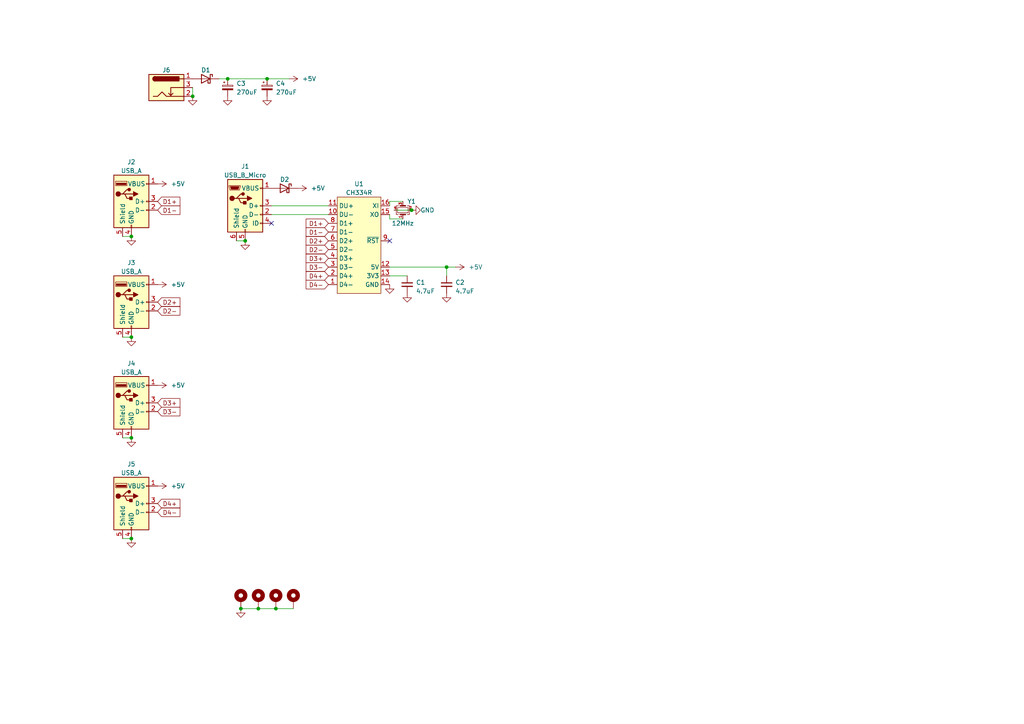
<source format=kicad_sch>
(kicad_sch (version 20230121) (generator eeschema)
  (paper "A4")
  (title_block (title "USB 2.0 HighSpeed Hub") (date "2023-10-07") (rev "1.0") (company "JetERA Creative") (comment 1 "https://creativecommons.org/licenses/by-sa/4.0/legalcode.en") (comment 2 "Use of this schematic is governed under the CC BY-SA 4.0 International license."))
  (lib_symbols
    (symbol "Connector:Barrel_Jack_Switch" (pin_names hide)
      (property "Reference" "J" (at 0 5.334 0))
      (property "Value" "Barrel_Jack_Switch" (at 0 -5.08 0))
      (symbol "Barrel_Jack_Switch_0_1"
        (rectangle (start -5.08 3.81) (end 5.08 -3.81) (stroke (width 0.254)) (fill (type background)))
        (arc (start -3.302 3.175) (mid -3.9343 2.54) (end -3.302 1.905) (stroke (width 0.254)))
        (arc (start -3.302 3.175) (mid -3.9343 2.54) (end -3.302 1.905) (stroke (width 0.254)) (fill (type outline)))
        (polyline (pts (xy 1.27 -2.286) (xy 1.905 -1.651)) (stroke (width 0.254)))
        (polyline (pts (xy 5.08 2.54) (xy 3.81 2.54)) (stroke (width 0.254)))
        (polyline (pts (xy 5.08 0) (xy 1.27 0) (xy 1.27 -2.286) (xy 0.635 -1.651)) (stroke (width 0.254)))
        (polyline (pts (xy -3.81 -2.54) (xy -2.54 -2.54) (xy -1.27 -1.27) (xy 0 -2.54) (xy 2.54 -2.54) (xy 5.08 -2.54)) (stroke (width 0.254)))
        (rectangle (start 3.683 3.175) (end -3.302 1.905) (stroke (width 0.254)) (fill (type outline)))
      )
      (symbol "Barrel_Jack_Switch_1_1"
        (pin passive line (at 7.62 2.54 180) (length 2.54) (name "~") (number "1"))
        (pin passive line (at 7.62 -2.54 180) (length 2.54) (name "~") (number "2"))
        (pin passive line (at 7.62 0 180) (length 2.54) (name "~") (number "3"))
      )
    )
    (symbol "Connector:USB_A" (pin_names (offset 1.016))
      (property "Reference" "J" (at -5.08 11.43 0))
      (property "Value" "USB_A" (at -5.08 8.89 0))
      (symbol "USB_A_0_1"
        (rectangle (start -5.08 -7.62) (end 5.08 7.62) (stroke (width 0.254)) (fill (type background)))
        (circle (center -3.81 2.159) (radius 0.635) (stroke (width 0.254)) (fill (type outline)))
        (rectangle (start -1.524 4.826) (end -4.318 5.334) (fill (type outline)))
        (rectangle (start -1.27 4.572) (end -4.572 5.842))
        (circle (center -0.635 3.429) (radius 0.381) (stroke (width 0.254)) (fill (type outline)))
        (rectangle (start -0.127 -7.62) (end 0.127 -6.858))
        (polyline (pts (xy -3.175 2.159) (xy -2.54 2.159) (xy -1.27 3.429) (xy -0.635 3.429)) (stroke (width 0.254)))
        (polyline (pts (xy -2.54 2.159) (xy -1.905 2.159) (xy -1.27 0.889) (xy 0 0.889)) (stroke (width 0.254)))
        (polyline (pts (xy 0.635 2.794) (xy 0.635 1.524) (xy 1.905 2.159) (xy 0.635 2.794)) (stroke (width 0.254)) (fill (type outline)))
        (rectangle (start 0.254 1.27) (end -0.508 0.508) (stroke (width 0.254)) (fill (type outline)))
        (rectangle (start 5.08 -2.667) (end 4.318 -2.413))
        (rectangle (start 5.08 -0.127) (end 4.318 0.127))
        (rectangle (start 5.08 4.953) (end 4.318 5.207))
      )
      (symbol "USB_A_1_1"
        (polyline (pts (xy -1.905 2.159) (xy 0.635 2.159)) (stroke (width 0.254)))
        (pin power_in line (at 7.62 5.08 180) (length 2.54) (name "VBUS") (number "1"))
        (pin bidirectional line (at 7.62 -2.54 180) (length 2.54) (name "D-") (number "2"))
        (pin bidirectional line (at 7.62 0 180) (length 2.54) (name "D+") (number "3"))
        (pin power_in line (at 0 -10.16 90) (length 2.54) (name "GND") (number "4"))
        (pin passive line (at -2.54 -10.16 90) (length 2.54) (name "Shield") (number "5"))
      )
    )
    (symbol "Connector:USB_B_Micro" (pin_names (offset 1.016))
      (property "Reference" "J" (at -5.08 11.43 0))
      (property "Value" "USB_B_Micro" (at -5.08 8.89 0))
      (symbol "USB_B_Micro_0_1"
        (rectangle (start -5.08 -7.62) (end 5.08 7.62) (stroke (width 0.254)) (fill (type background)))
        (circle (center -3.81 2.159) (radius 0.635) (stroke (width 0.254)) (fill (type outline)))
        (circle (center -0.635 3.429) (radius 0.381) (stroke (width 0.254)) (fill (type outline)))
        (rectangle (start -0.127 -7.62) (end 0.127 -6.858))
        (polyline (pts (xy -1.905 2.159) (xy 0.635 2.159)) (stroke (width 0.254)))
        (polyline (pts (xy -3.175 2.159) (xy -2.54 2.159) (xy -1.27 3.429) (xy -0.635 3.429)) (stroke (width 0.254)))
        (polyline (pts (xy -2.54 2.159) (xy -1.905 2.159) (xy -1.27 0.889) (xy 0 0.889)) (stroke (width 0.254)))
        (polyline (pts (xy 0.635 2.794) (xy 0.635 1.524) (xy 1.905 2.159) (xy 0.635 2.794)) (stroke (width 0.254)) (fill (type outline)))
        (polyline (pts (xy -4.318 5.588) (xy -1.778 5.588) (xy -2.032 4.826) (xy -4.064 4.826) (xy -4.318 5.588)) (fill (type outline)))
        (polyline (pts (xy -4.699 5.842) (xy -4.699 5.588) (xy -4.445 4.826) (xy -4.445 4.572) (xy -1.651 4.572) (xy -1.651 4.826) (xy -1.397 5.588) (xy -1.397 5.842) (xy -4.699 5.842)))
        (rectangle (start 0.254 1.27) (end -0.508 0.508) (stroke (width 0.254)) (fill (type outline)))
        (rectangle (start 5.08 -5.207) (end 4.318 -4.953))
        (rectangle (start 5.08 -2.667) (end 4.318 -2.413))
        (rectangle (start 5.08 -0.127) (end 4.318 0.127))
        (rectangle (start 5.08 4.953) (end 4.318 5.207))
      )
      (symbol "USB_B_Micro_1_1"
        (pin power_out line (at 7.62 5.08 180) (length 2.54) (name "VBUS") (number "1"))
        (pin bidirectional line (at 7.62 -2.54 180) (length 2.54) (name "D-") (number "2"))
        (pin bidirectional line (at 7.62 0 180) (length 2.54) (name "D+") (number "3"))
        (pin passive line (at 7.62 -5.08 180) (length 2.54) (name "ID") (number "4"))
        (pin power_out line (at 0 -10.16 90) (length 2.54) (name "GND") (number "5"))
        (pin passive line (at -2.54 -10.16 90) (length 2.54) (name "Shield") (number "6"))
      )
    )
    (symbol "Device:C_Polarized_Small" (pin_numbers hide) (pin_names (offset 0.254) hide)
      (property "Reference" "C" (at 0.254 1.778 0))
      (property "Value" "C_Polarized_Small" (at 0.254 -2.032 0))
      (symbol "C_Polarized_Small_0_1"
        (rectangle (start -1.524 -0.3048) (end 1.524 -0.6858) (fill (type outline)))
        (rectangle (start -1.524 0.6858) (end 1.524 0.3048))
        (polyline (pts (xy -1.27 1.524) (xy -0.762 1.524)))
        (polyline (pts (xy -1.016 1.27) (xy -1.016 1.778)))
      )
      (symbol "C_Polarized_Small_1_1"
        (pin passive line (at 0 2.54 270) (length 1.8542) (name "~") (number "1"))
        (pin passive line (at 0 -2.54 90) (length 1.8542) (name "~") (number "2"))
      )
    )
    (symbol "Device:C_Small" (pin_numbers hide) (pin_names (offset 0.254) hide)
      (property "Reference" "C" (at 0.254 1.778 0))
      (property "Value" "C_Small" (at 0.254 -2.032 0))
      (symbol "C_Small_0_1"
        (polyline (pts (xy -1.524 -0.508) (xy 1.524 -0.508)) (stroke (width 0.3302)))
        (polyline (pts (xy -1.524 0.508) (xy 1.524 0.508)) (stroke (width 0.3048)))
      )
      (symbol "C_Small_1_1"
        (pin passive line (at 0 2.54 270) (length 2.032) (name "~") (number "1"))
        (pin passive line (at 0 -2.54 90) (length 2.032) (name "~") (number "2"))
      )
    )
    (symbol "Device:Crystal_GND24_Small" (pin_names (offset 1.016) hide)
      (property "Reference" "Y" (at 1.27 4.445 0))
      (property "Value" "Crystal_GND24_Small" (at 1.27 2.54 0))
      (symbol "Crystal_GND24_Small_0_1"
        (rectangle (start -0.762 -1.524) (end 0.762 1.524))
        (polyline (pts (xy -1.27 -0.762) (xy -1.27 0.762)) (stroke (width 0.381)))
        (polyline (pts (xy 1.27 -0.762) (xy 1.27 0.762)) (stroke (width 0.381)))
        (polyline (pts (xy -1.27 -1.27) (xy -1.27 -1.905) (xy 1.27 -1.905) (xy 1.27 -1.27)))
        (polyline (pts (xy -1.27 1.27) (xy -1.27 1.905) (xy 1.27 1.905) (xy 1.27 1.27)))
      )
      (symbol "Crystal_GND24_Small_1_1"
        (pin passive line (at -2.54 0 0) (length 1.27) (name "1") (number "1"))
        (pin passive line (at 0 -2.54 90) (length 0.635) (name "2") (number "2"))
        (pin passive line (at 2.54 0 180) (length 1.27) (name "3") (number "3"))
        (pin passive line (at 0 2.54 270) (length 0.635) (name "4") (number "4"))
      )
    )
    (symbol "Device:D_Schottky" (pin_numbers hide) (pin_names (offset 1.016) hide)
      (property "Reference" "D" (at 0 2.54 0))
      (property "Value" "D_Schottky" (at 0 -2.54 0))
      (symbol "D_Schottky_0_1"
        (polyline (pts (xy 1.27 0) (xy -1.27 0)))
        (polyline (pts (xy 1.27 1.27) (xy 1.27 -1.27) (xy -1.27 0) (xy 1.27 1.27)) (stroke (width 0.254)))
        (polyline (pts (xy -1.905 0.635) (xy -1.905 1.27) (xy -1.27 1.27) (xy -1.27 -1.27) (xy -0.635 -1.27) (xy -0.635 -0.635)) (stroke (width 0.254)))
      )
      (symbol "D_Schottky_1_1"
        (pin passive line (at -3.81 0 0) (length 2.54) (name "K") (number "1"))
        (pin passive line (at 3.81 0 180) (length 2.54) (name "A") (number "2"))
      )
    )
    (symbol "Mechanical:MountingHole_Pad" (pin_numbers hide) (pin_names (offset 1.016) hide)
      (property "Reference" "H" (at 0 6.35 0))
      (property "Value" "MountingHole_Pad" (at 0 4.445 0))
      (symbol "MountingHole_Pad_0_1"
        (circle (center 0 1.27) (radius 1.27) (stroke (width 1.27)))
      )
      (symbol "MountingHole_Pad_1_1"
        (pin input line (at 0 -2.54 90) (length 2.54) (name "1") (number "1"))
      )
    )
    (symbol "WCH:CH334R"
      (property "Reference" "U" (at 0 16.51 0))
      (property "Value" "CH334R" (at 0 16.51 0))
      (symbol "CH334R_1_1"
        (rectangle (start -6.35 13.97) (end 6.35 -13.97) (fill (type background)))
        (pin bidirectional line (at -8.89 -11.43 0) (length 2.54) (name "D4-") (number "1"))
        (pin bidirectional line (at -8.89 8.89 0) (length 2.54) (name "DU-") (number "10"))
        (pin bidirectional line (at -8.89 11.43 0) (length 2.54) (name "DU+") (number "11"))
        (pin power_in line (at 8.89 -6.35 180) (length 2.54) (name "5V") (number "12"))
        (pin power_in line (at 8.89 -8.89 180) (length 2.54) (name "3V3") (number "13"))
        (pin power_in line (at 8.89 -11.43 180) (length 2.54) (name "GND") (number "14"))
        (pin passive line (at 8.89 8.89 180) (length 2.54) (name "XO") (number "15"))
        (pin passive line (at 8.89 11.43 180) (length 2.54) (name "XI") (number "16"))
        (pin bidirectional line (at -8.89 -8.89 0) (length 2.54) (name "D4+") (number "2"))
        (pin bidirectional line (at -8.89 -6.35 0) (length 2.54) (name "D3-") (number "3"))
        (pin bidirectional line (at -8.89 -3.81 0) (length 2.54) (name "D3+") (number "4"))
        (pin bidirectional line (at -8.89 -1.27 0) (length 2.54) (name "D2-") (number "5"))
        (pin bidirectional line (at -8.89 1.27 0) (length 2.54) (name "D2+") (number "6"))
        (pin bidirectional line (at -8.89 3.81 0) (length 2.54) (name "D1-") (number "7"))
        (pin bidirectional line (at -8.89 6.35 0) (length 2.54) (name "D1+") (number "8"))
        (pin input line (at 8.89 1.27 180) (length 2.54) (name "~{RST}") (number "9"))
      )
    )
    (symbol "power:+5V" (power) (pin_names (offset 0))
      (property "Value" "+5V" (at 0 3.556 0))
      (symbol "+5V_0_1"
        (polyline (pts (xy -0.762 1.27) (xy 0 2.54)))
        (polyline (pts (xy 0 0) (xy 0 2.54)))
        (polyline (pts (xy 0 2.54) (xy 0.762 1.27)))
      )
      (symbol "+5V_1_1"
        (pin power_in line (at 0 0 90) (length 0) hide (name "+5V") (number "1"))
      )
    )
    (symbol "power:GND" (power) (pin_names (offset 0))
      (property "Value" "GND" (at 0 -3.81 0))
      (symbol "GND_0_1"
        (polyline (pts (xy 0 0) (xy 0 -1.27) (xy 1.27 -1.27) (xy 0 -2.54) (xy -1.27 -1.27) (xy 0 -1.27)))
      )
      (symbol "GND_1_1"
        (pin power_in line (at 0 0 270) (length 0) hide (name "GND") (number "1"))
      )
    )
  )
  (junction (at 38.1 68.58))
  (junction (at 71.12 69.85))
  (junction (at 55.88 27.94))
  (junction (at 129.54 77.47))
  (junction (at 38.1 97.79))
  (junction (at 119.38 60.96))
  (junction (at 69.85 176.53))
  (junction (at 80.01 176.53))
  (junction (at 66.04 22.86))
  (junction (at 38.1 156.21))
  (junction (at 77.47 22.86))
  (junction (at 38.1 127))
  (junction (at 74.93 176.53))
  (no_connect (at 78.74 64.77))
  (no_connect (at 113.03 69.85))
  (wire (pts (xy 77.47 22.86) (xy 66.04 22.86)))
  (wire (pts (xy 69.85 176.53) (xy 74.93 176.53)))
  (wire (pts (xy 35.56 68.58) (xy 38.1 68.58)))
  (wire (pts (xy 114.3 60.96) (xy 119.38 60.96)))
  (wire (pts (xy 83.82 22.86) (xy 77.47 22.86)))
  (wire (pts (xy 113.03 63.5) (xy 113.03 62.23)))
  (wire (pts (xy 55.88 25.4) (xy 55.88 27.94)))
  (wire (pts (xy 35.56 156.21) (xy 38.1 156.21)))
  (wire (pts (xy 35.56 127) (xy 38.1 127)))
  (wire (pts (xy 68.58 69.85) (xy 71.12 69.85)))
  (wire (pts (xy 35.56 97.79) (xy 38.1 97.79)))
  (wire (pts (xy 129.54 77.47) (xy 129.54 80.01)))
  (wire (pts (xy 66.04 22.86) (xy 63.5 22.86)))
  (wire (pts (xy 116.84 63.5) (xy 113.03 63.5)))
  (wire (pts (xy 113.03 58.42) (xy 116.84 58.42)))
  (wire (pts (xy 113.03 58.42) (xy 113.03 59.69)))
  (wire (pts (xy 78.74 62.23) (xy 95.25 62.23)))
  (wire (pts (xy 80.01 176.53) (xy 85.09 176.53)))
  (wire (pts (xy 78.74 59.69) (xy 95.25 59.69)))
  (wire (pts (xy 74.93 176.53) (xy 80.01 176.53)))
  (wire (pts (xy 113.03 80.01) (xy 118.11 80.01)))
  (wire (pts (xy 129.54 77.47) (xy 113.03 77.47)))
  (wire (pts (xy 132.08 77.47) (xy 129.54 77.47)))
  (global_label "D3+" (shape input) (at 45.72 116.84 0) (property "Intersheetrefs" "${INTERSHEET_REFS}" (effects hide)))
  (global_label "D3-" (shape input) (at 95.25 77.47 180) (property "Intersheetrefs" "${INTERSHEET_REFS}" (effects hide)))
  (global_label "D2+" (shape input) (at 95.25 69.85 180) (property "Intersheetrefs" "${INTERSHEET_REFS}" (effects hide)))
  (global_label "D4+" (shape input) (at 95.25 80.01 180) (property "Intersheetrefs" "${INTERSHEET_REFS}" (effects hide)))
  (global_label "D3+" (shape input) (at 95.25 74.93 180) (property "Intersheetrefs" "${INTERSHEET_REFS}" (effects hide)))
  (global_label "D4+" (shape input) (at 45.72 146.05 0) (property "Intersheetrefs" "${INTERSHEET_REFS}" (effects hide)))
  (global_label "D2-" (shape input) (at 45.72 90.17 0) (property "Intersheetrefs" "${INTERSHEET_REFS}" (effects hide)))
  (global_label "D2-" (shape input) (at 95.25 72.39 180) (property "Intersheetrefs" "${INTERSHEET_REFS}" (effects hide)))
  (global_label "D1+" (shape input) (at 45.72 58.42 0) (property "Intersheetrefs" "${INTERSHEET_REFS}" (effects hide)))
  (global_label "D1+" (shape input) (at 95.25 64.77 180) (property "Intersheetrefs" "${INTERSHEET_REFS}" (effects hide)))
  (global_label "D4-" (shape input) (at 95.25 82.55 180) (property "Intersheetrefs" "${INTERSHEET_REFS}" (effects hide)))
  (global_label "D3-" (shape input) (at 45.72 119.38 0) (property "Intersheetrefs" "${INTERSHEET_REFS}" (effects hide)))
  (global_label "D1-" (shape input) (at 45.72 60.96 0) (property "Intersheetrefs" "${INTERSHEET_REFS}" (effects hide)))
  (global_label "D2+" (shape input) (at 45.72 87.63 0) (property "Intersheetrefs" "${INTERSHEET_REFS}" (effects hide)))
  (global_label "D1-" (shape input) (at 95.25 67.31 180) (property "Intersheetrefs" "${INTERSHEET_REFS}" (effects hide)))
  (global_label "D4-" (shape input) (at 45.72 148.59 0) (property "Intersheetrefs" "${INTERSHEET_REFS}" (effects hide)))
  (symbol (lib_id "power:GND") (at 66.04 27.94 0) (unit 1)
    (property "Reference" "#PWR018" (effects hide))
    (property "Value" "GND" (effects hide))
  )
  (symbol (lib_id "power:GND") (at 119.38 60.96 90) (unit 1)
    (property "Reference" "#PWR015" (effects hide))
    (property "Value" "GND" (at 121.92 60.96 90) (effects (justify right)))
  )
  (symbol (lib_id "power:+5V") (at 83.82 22.86 270) (unit 1)
    (property "Reference" "#PWR012" (effects hide))
    (property "Value" "+5V" (at 87.63 22.86 90) (effects (justify left)))
  )
  (symbol (lib_id "Device:C_Polarized_Small") (at 77.47 25.4 0) (unit 1)
    (property "Reference" "C4" (at 80.01 24.2189 0) (effects (justify left)))
    (property "Value" "270uF" (at 80.01 26.7589 0) (effects (justify left)))
    (property "Footprint" "Capacitor_THT:CP_Radial_D5.0mm_P2.50mm" (effects hide))
  )
  (symbol (lib_id "power:GND") (at 113.03 82.55 0) (unit 1)
    (property "Reference" "#PWR03" (effects hide))
    (property "Value" "GND" (effects hide))
  )
  (symbol (lib_id "power:GND") (at 71.12 69.85 0) (unit 1)
    (property "Reference" "#PWR02" (effects hide))
    (property "Value" "GND" (effects hide))
  )
  (symbol (lib_id "power:GND") (at 69.85 176.53 0) (unit 1)
    (property "Reference" "#PWR020" (effects hide))
    (property "Value" "GND" (effects hide))
  )
  (symbol (lib_id "power:GND") (at 77.47 27.94 0) (unit 1)
    (property "Reference" "#PWR019" (effects hide))
    (property "Value" "GND" (effects hide))
  )
  (symbol (lib_id "power:+5V") (at 45.72 53.34 270) (unit 1)
    (property "Reference" "#PWR04" (effects hide))
    (property "Value" "+5V" (at 49.53 53.34 90) (effects (justify left)))
  )
  (symbol (lib_id "Device:C_Small") (at 129.54 82.55 0) (unit 1)
    (property "Reference" "C2" (at 132.08 81.9213 0) (effects (justify left)))
    (property "Value" "4.7uF" (at 132.08 84.4613 0) (effects (justify left)))
    (property "Footprint" "Capacitor_SMD:C_0805_2012Metric" (effects hide))
  )
  (symbol (lib_id "Device:D_Schottky") (at 82.55 54.61 0) (mirror y) (unit 1)
    (property "Reference" "D2" (at 82.55 52.07 0))
    (property "Value" "D_Schottky" (effects hide))
    (property "Footprint" "Diode_SMD:D_SMA" (effects hide))
  )
  (symbol (lib_id "power:GND") (at 38.1 68.58 0) (unit 1)
    (property "Reference" "#PWR08" (effects hide))
    (property "Value" "GND" (effects hide))
  )
  (symbol (lib_id "Connector:USB_B_Micro") (at 71.12 59.69 0) (unit 1)
    (property "Reference" "J1" (at 71.12 48.26 0))
    (property "Value" "USB_B_Micro" (at 71.12 50.8 0))
    (property "Footprint" "Connector_USB:USB_Micro-B_Amphenol_10118194_Horizontal" (effects hide))
  )
  (symbol (lib_id "Device:C_Polarized_Small") (at 66.04 25.4 0) (unit 1)
    (property "Reference" "C3" (at 68.58 24.2189 0) (effects (justify left)))
    (property "Value" "270uF" (at 68.58 26.7589 0) (effects (justify left)))
    (property "Footprint" "Capacitor_THT:CP_Radial_D5.0mm_P2.50mm" (effects hide))
  )
  (symbol (lib_id "Connector:USB_A") (at 38.1 87.63 0) (unit 1)
    (property "Reference" "J3" (at 38.1 76.2 0))
    (property "Value" "USB_A" (at 38.1 78.74 0))
    (property "Footprint" "Connector_USB:USB_A_Stewart_SS-52100-001_Horizontal" (effects hide))
    (property "Datasheet" " ~" (effects hide))
  )
  (symbol (lib_id "Connector:USB_A") (at 38.1 146.05 0) (unit 1)
    (property "Reference" "J5" (at 38.1 134.62 0))
    (property "Value" "USB_A" (at 38.1 137.16 0))
    (property "Footprint" "Connector_USB:USB_A_Stewart_SS-52100-001_Horizontal" (effects hide))
    (property "Datasheet" " ~" (effects hide))
  )
  (symbol (lib_id "Connector:Barrel_Jack_Switch") (at 48.26 25.4 0) (unit 1)
    (property "Reference" "J6" (at 48.26 20.32 0))
    (property "Value" "Barrel_Jack_Switch" (effects hide))
    (property "Footprint" "Connector_BarrelJack:BarrelJack_Horizontal" (effects hide))
  )
  (symbol (lib_id "Mechanical:MountingHole_Pad") (at 80.01 173.99 0) (unit 1)
    (property "Reference" "H3" (effects hide))
    (property "Value" "MountingHole_Pad" (effects hide))
    (property "Footprint" "MountingHole:MountingHole_3.5mm_Pad_Via" (effects hide))
  )
  (symbol (lib_id "power:GND") (at 55.88 27.94 0) (unit 1)
    (property "Reference" "#PWR013" (effects hide))
    (property "Value" "GND" (effects hide))
  )
  (symbol (lib_id "power:GND") (at 129.54 85.09 0) (unit 1)
    (property "Reference" "#PWR017" (effects hide))
    (property "Value" "GND" (effects hide))
  )
  (symbol (lib_id "Device:Crystal_GND24_Small") (at 116.84 60.96 90) (unit 1)
    (property "Reference" "Y1" (at 119.38 58.42 90))
    (property "Value" "12MHz" (at 116.84 64.77 90))
    (property "Footprint" "Crystal:Crystal_SMD_3225-4Pin_3.2x2.5mm" (effects hide))
  )
  (symbol (lib_id "WCH:CH334R") (at 104.14 71.12 0) (unit 1)
    (property "Reference" "U1" (at 104.14 53.34 0))
    (property "Value" "CH334R" (at 104.14 55.88 0))
    (property "Footprint" "Package_SO:QSOP-16_3.9x4.9mm_P0.635mm" (effects hide))
  )
  (symbol (lib_id "Mechanical:MountingHole_Pad") (at 85.09 173.99 0) (unit 1)
    (property "Reference" "H4" (effects hide))
    (property "Value" "MountingHole_Pad" (effects hide))
    (property "Footprint" "MountingHole:MountingHole_3.5mm_Pad_Via" (effects hide))
  )
  (symbol (lib_id "Connector:USB_A") (at 38.1 58.42 0) (unit 1)
    (property "Reference" "J2" (at 38.1 46.99 0))
    (property "Value" "USB_A" (at 38.1 49.53 0))
    (property "Footprint" "Connector_USB:USB_A_Stewart_SS-52100-001_Horizontal" (effects hide))
    (property "Datasheet" " ~" (effects hide))
  )
  (symbol (lib_id "Device:D_Schottky") (at 59.69 22.86 0) (mirror y) (unit 1)
    (property "Reference" "D1" (at 59.69 20.32 0))
    (property "Value" "D_Schottky" (effects hide))
    (property "Footprint" "Diode_SMD:D_SMA" (effects hide))
  )
  (symbol (lib_id "power:+5V") (at 45.72 140.97 270) (unit 1)
    (property "Reference" "#PWR07" (effects hide))
    (property "Value" "+5V" (at 49.53 140.97 90) (effects (justify left)))
  )
  (symbol (lib_id "Device:C_Small") (at 118.11 82.55 0) (unit 1)
    (property "Reference" "C1" (at 120.65 81.9213 0) (effects (justify left)))
    (property "Value" "4.7uF" (at 120.65 84.4613 0) (effects (justify left)))
    (property "Footprint" "Capacitor_SMD:C_0805_2012Metric" (effects hide))
  )
  (symbol (lib_id "power:+5V") (at 132.08 77.47 270) (unit 1)
    (property "Reference" "#PWR014" (effects hide))
    (property "Value" "+5V" (at 135.89 77.47 90) (effects (justify left)))
  )
  (symbol (lib_id "power:GND") (at 38.1 156.21 0) (unit 1)
    (property "Reference" "#PWR011" (effects hide))
    (property "Value" "GND" (effects hide))
  )
  (symbol (lib_id "power:GND") (at 38.1 97.79 0) (unit 1)
    (property "Reference" "#PWR09" (effects hide))
    (property "Value" "GND" (effects hide))
  )
  (symbol (lib_id "power:+5V") (at 45.72 111.76 270) (unit 1)
    (property "Reference" "#PWR06" (effects hide))
    (property "Value" "+5V" (at 49.53 111.76 90) (effects (justify left)))
  )
  (symbol (lib_id "power:+5V") (at 45.72 82.55 270) (unit 1)
    (property "Reference" "#PWR05" (effects hide))
    (property "Value" "+5V" (at 49.53 82.55 90) (effects (justify left)))
  )
  (symbol (lib_id "Mechanical:MountingHole_Pad") (at 69.85 173.99 0) (unit 1)
    (property "Reference" "H1" (effects hide))
    (property "Value" "MountingHole_Pad" (effects hide))
    (property "Footprint" "MountingHole:MountingHole_3.5mm_Pad_Via" (effects hide))
  )
  (symbol (lib_id "Mechanical:MountingHole_Pad") (at 74.93 173.99 0) (unit 1)
    (property "Reference" "H2" (effects hide))
    (property "Value" "MountingHole_Pad" (effects hide))
    (property "Footprint" "MountingHole:MountingHole_3.5mm_Pad_Via" (effects hide))
  )
  (symbol (lib_id "power:GND") (at 38.1 127 0) (unit 1)
    (property "Reference" "#PWR010" (effects hide))
    (property "Value" "GND" (effects hide))
  )
  (symbol (lib_id "Connector:USB_A") (at 38.1 116.84 0) (unit 1)
    (property "Reference" "J4" (at 38.1 105.41 0))
    (property "Value" "USB_A" (at 38.1 107.95 0))
    (property "Footprint" "Connector_USB:USB_A_Stewart_SS-52100-001_Horizontal" (effects hide))
    (property "Datasheet" " ~" (effects hide))
  )
  (symbol (lib_id "power:GND") (at 118.11 85.09 0) (unit 1)
    (property "Reference" "#PWR016" (effects hide))
    (property "Value" "GND" (effects hide))
  )
  (symbol (lib_id "power:+5V") (at 86.36 54.61 270) (unit 1)
    (property "Reference" "#PWR01" (effects hide))
    (property "Value" "+5V" (at 90.17 54.61 90) (effects (justify left)))
  )
)
</source>
